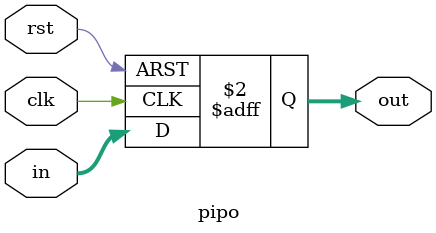
<source format=v>
module pipo(
input [3:0]in,
input clk,rst,
output reg [3:0]out);
always @(posedge clk or posedge rst)
begin
if(rst)
begin
  out<= 1'b0;
end
else
 out<= in;
end
endmodule

</source>
